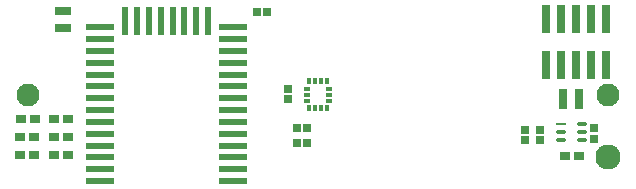
<source format=gbr>
%TF.GenerationSoftware,Altium Limited,Altium Designer,23.6.0 (18)*%
G04 Layer_Color=8388736*
%FSLAX45Y45*%
%MOMM*%
%TF.SameCoordinates,DE65B9CC-D9CF-42CD-B8C9-10693606ABAB*%
%TF.FilePolarity,Negative*%
%TF.FileFunction,Soldermask,Top*%
%TF.Part,Single*%
G01*
G75*
%TA.AperFunction,ConnectorPad*%
%ADD10R,2.40000X0.60000*%
%ADD11R,0.60000X2.40000*%
%ADD13R,1.40000X0.75000*%
%ADD14R,0.75000X2.40000*%
%TA.AperFunction,SMDPad,CuDef*%
G04:AMPARAMS|DCode=16|XSize=0.86535mm|YSize=0.29247mm|CornerRadius=0.14624mm|HoleSize=0mm|Usage=FLASHONLY|Rotation=0.000|XOffset=0mm|YOffset=0mm|HoleType=Round|Shape=RoundedRectangle|*
%AMROUNDEDRECTD16*
21,1,0.86535,0.00000,0,0,0.0*
21,1,0.57288,0.29247,0,0,0.0*
1,1,0.29247,0.28644,0.00000*
1,1,0.29247,-0.28644,0.00000*
1,1,0.29247,-0.28644,0.00000*
1,1,0.29247,0.28644,0.00000*
%
%ADD16ROUNDEDRECTD16*%
%ADD17R,0.86535X0.29247*%
%ADD20R,0.57500X0.35000*%
%ADD21R,0.35000X0.57500*%
%ADD33R,0.90000X0.75000*%
%ADD34R,0.80000X1.75000*%
%ADD35R,0.75000X0.79000*%
%ADD36R,0.79000X0.75000*%
%TA.AperFunction,ComponentPad*%
%ADD37C,1.93500*%
%ADD38C,2.13000*%
D10*
X3460900Y2495000D02*
D03*
Y2595000D02*
D03*
Y2695000D02*
D03*
Y2795000D02*
D03*
Y2895000D02*
D03*
Y2995000D02*
D03*
Y3095000D02*
D03*
Y3195000D02*
D03*
Y3295000D02*
D03*
Y3395000D02*
D03*
Y3495000D02*
D03*
Y3595000D02*
D03*
Y3695000D02*
D03*
Y3795000D02*
D03*
X4590900D02*
D03*
Y3695000D02*
D03*
Y3595000D02*
D03*
Y3495000D02*
D03*
Y3395000D02*
D03*
Y3295000D02*
D03*
Y3195000D02*
D03*
Y3095000D02*
D03*
Y2995000D02*
D03*
Y2895000D02*
D03*
Y2795000D02*
D03*
Y2695000D02*
D03*
Y2595000D02*
D03*
Y2495000D02*
D03*
D11*
X3675900Y3845000D02*
D03*
X3775900D02*
D03*
X3875900D02*
D03*
X3975900D02*
D03*
X4075900D02*
D03*
X4175900D02*
D03*
X4275900D02*
D03*
X4375900D02*
D03*
D13*
X3149600Y3788300D02*
D03*
Y3933300D02*
D03*
D14*
X7747000Y3869800D02*
D03*
X7620000D02*
D03*
X7493000D02*
D03*
X7366000D02*
D03*
X7239000D02*
D03*
X7747000Y3479800D02*
D03*
X7620000D02*
D03*
X7493000D02*
D03*
X7366000D02*
D03*
X7239000D02*
D03*
D16*
X7543800Y2974800D02*
D03*
Y2909800D02*
D03*
Y2844800D02*
D03*
X7363087D02*
D03*
Y2909800D02*
D03*
D17*
Y2974800D02*
D03*
D20*
X5399850Y3275800D02*
D03*
Y3225800D02*
D03*
Y3175800D02*
D03*
X5217350D02*
D03*
Y3225800D02*
D03*
Y3275800D02*
D03*
D21*
X5383600Y3109550D02*
D03*
X5333600D02*
D03*
X5283600D02*
D03*
X5233600D02*
D03*
Y3342050D02*
D03*
X5283600D02*
D03*
X5333600D02*
D03*
X5383600D02*
D03*
D33*
X2908300Y3015900D02*
D03*
X2793300D02*
D03*
X3071459Y3015900D02*
D03*
X3186459D02*
D03*
X2902300Y2870200D02*
D03*
X2787300D02*
D03*
X3071459D02*
D03*
X3186459D02*
D03*
X2902300Y2717800D02*
D03*
X2787300D02*
D03*
X3071459D02*
D03*
X3186459D02*
D03*
X7397400Y2705100D02*
D03*
X7512400D02*
D03*
D34*
X7378700Y3187700D02*
D03*
X7513700D02*
D03*
D35*
X5124900Y2946400D02*
D03*
X5212900D02*
D03*
X4788800Y3924300D02*
D03*
X4876800D02*
D03*
X5212900Y2819400D02*
D03*
X5124900D02*
D03*
D36*
X7645400Y2851600D02*
D03*
Y2939600D02*
D03*
X5054600Y3275700D02*
D03*
Y3187700D02*
D03*
X7061200Y2926900D02*
D03*
Y2838900D02*
D03*
X7188200Y2926900D02*
D03*
Y2838900D02*
D03*
D37*
X7763600Y3225800D02*
D03*
X2853600D02*
D03*
D38*
X7763600Y2695800D02*
D03*
%TF.MD5,de544165442b6df331b4d68d5405b10d*%
M02*

</source>
